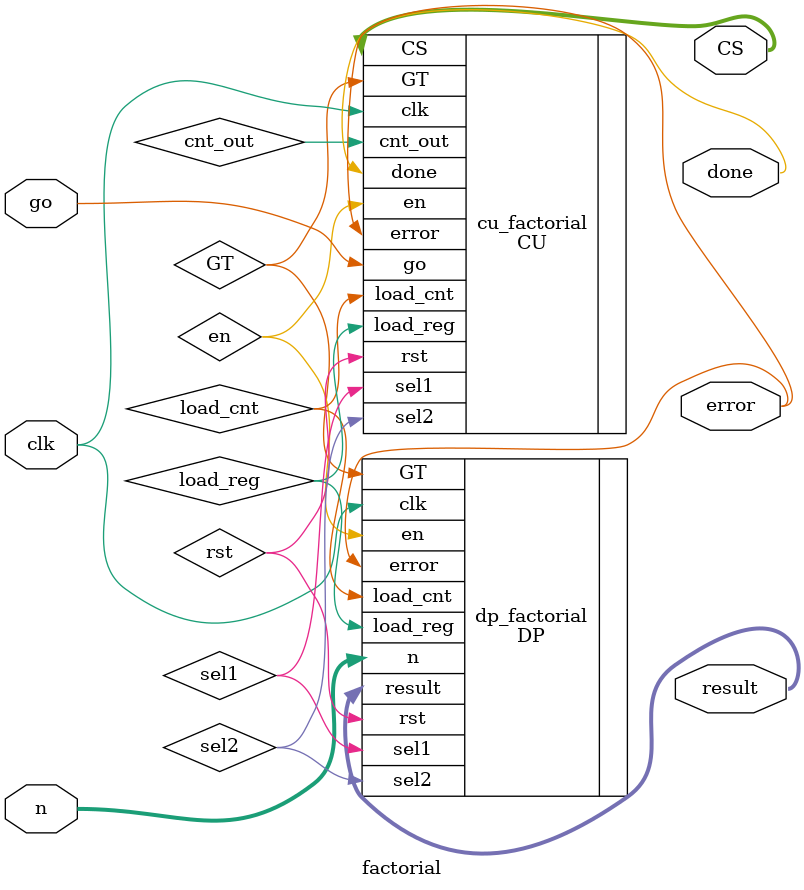
<source format=v>
`timescale 1ns / 1ps
module factorial(
    	input clk, go,
    	input [3:0] n,
    	output error, done,
    	output [2:0] CS,
    	output [31:0] result
	);
	
	wire load_cnt, en, load_reg, sel1, sel2, rst, GT;
	
	DP dp_factorial  (
    	.n (n),
    	.clk (clk),
    	.error (error),
    	.GT (GT),
    	.load_cnt (load_cnt), .en (en),
    	.load_reg (load_reg), .sel1 (sel1), .sel2 (sel2),
    	.rst (rst), .result (result)
	);
	
	CU cu_factorial  (
    	.clk (clk),
    	.go (go),
    	.error (error),
    	.GT (GT),
    	.load_cnt (load_cnt),
    	.en (en),
    	.cnt_out (cnt_out),
    	.load_reg (load_reg),
    	.sel1 (sel1),
    	.sel2 (sel2),
    	.done (done),
    	.rst (rst),
    	.CS (CS)
	);
	
endmodule

</source>
